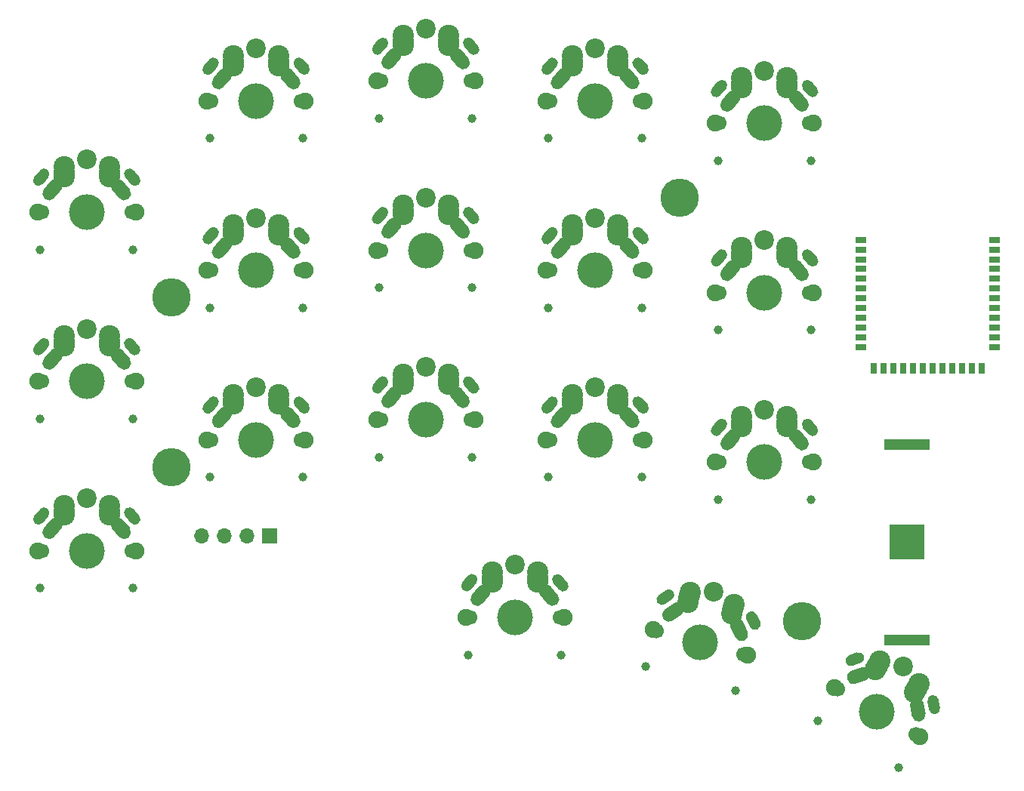
<source format=gts>
G04 #@! TF.GenerationSoftware,KiCad,Pcbnew,5.1.10*
G04 #@! TF.CreationDate,2021-10-19T19:02:20+02:00*
G04 #@! TF.ProjectId,pierce,70696572-6365-42e6-9b69-6361645f7063,v 0.1*
G04 #@! TF.SameCoordinates,Original*
G04 #@! TF.FileFunction,Soldermask,Top*
G04 #@! TF.FilePolarity,Negative*
%FSLAX46Y46*%
G04 Gerber Fmt 4.6, Leading zero omitted, Abs format (unit mm)*
G04 Created by KiCad (PCBNEW 5.1.10) date 2021-10-19 19:02:20*
%MOMM*%
%LPD*%
G01*
G04 APERTURE LIST*
%ADD10C,1.000000*%
%ADD11C,1.700000*%
%ADD12C,2.400000*%
%ADD13C,2.200000*%
%ADD14C,1.900000*%
%ADD15C,4.000000*%
%ADD16R,3.960000X3.960000*%
%ADD17R,5.080000X1.270000*%
%ADD18C,4.300000*%
%ADD19O,1.700000X1.700000*%
%ADD20R,1.700000X1.700000*%
%ADD21R,1.198880X0.698500*%
%ADD22R,0.698500X1.198880*%
G04 APERTURE END LIST*
D10*
X112408391Y-41904940D03*
X122848391Y-41904940D03*
D11*
X112548391Y-37704940D03*
X122708391Y-37704940D03*
D12*
X115088391Y-33204940D03*
X115088391Y-33704940D03*
X120168391Y-33704940D03*
X120168391Y-33204940D03*
G36*
G01*
X120538489Y-34092478D02*
X120538489Y-34092478D01*
G75*
G02*
X121630333Y-34188002I498160J-593684D01*
G01*
X122433817Y-35145558D01*
G75*
G02*
X122338293Y-36237402I-593684J-498160D01*
G01*
X122338293Y-36237402D01*
G75*
G02*
X121246449Y-36141878I-498160J593684D01*
G01*
X120442965Y-35184322D01*
G75*
G02*
X120538489Y-34092478I593684J498160D01*
G01*
G37*
X115088391Y-32624940D03*
G36*
G01*
X112918489Y-36237402D02*
X112918489Y-36237402D01*
G75*
G02*
X112822965Y-35145558I498160J593684D01*
G01*
X113626449Y-34188002D01*
G75*
G02*
X114718293Y-34092478I593684J-498160D01*
G01*
X114718293Y-34092478D01*
G75*
G02*
X114813817Y-35184322I-498160J-593684D01*
G01*
X114010333Y-36141878D01*
G75*
G02*
X112918489Y-36237402I-593684J498160D01*
G01*
G37*
X120168391Y-32624940D03*
D13*
X117628391Y-31804940D03*
G36*
G01*
X111821325Y-34647589D02*
X111821325Y-34647589D01*
G75*
G02*
X111744289Y-33767069I401742J478778D01*
G01*
X112354937Y-33039327D01*
G75*
G02*
X113235457Y-32962291I478778J-401742D01*
G01*
X113235457Y-32962291D01*
G75*
G02*
X113312493Y-33842811I-401742J-478778D01*
G01*
X112701845Y-34570553D01*
G75*
G02*
X111821325Y-34647589I-478778J401742D01*
G01*
G37*
D14*
X123128391Y-37704940D03*
X112128391Y-37704940D03*
D15*
X117628391Y-37704940D03*
G36*
G01*
X122021325Y-32962291D02*
X122021325Y-32962291D01*
G75*
G02*
X122901845Y-33039327I401742J-478778D01*
G01*
X123512493Y-33767069D01*
G75*
G02*
X123435457Y-34647589I-478778J-401742D01*
G01*
X123435457Y-34647589D01*
G75*
G02*
X122554937Y-34570553I-401742J478778D01*
G01*
X121944289Y-33842811D01*
G75*
G02*
X122021325Y-32962291I478778J401742D01*
G01*
G37*
D10*
X112408391Y-60904940D03*
X122848391Y-60904940D03*
D11*
X112548391Y-56704940D03*
X122708391Y-56704940D03*
D12*
X115088391Y-52204940D03*
X115088391Y-52704940D03*
X120168391Y-52704940D03*
X120168391Y-52204940D03*
G36*
G01*
X120538489Y-53092478D02*
X120538489Y-53092478D01*
G75*
G02*
X121630333Y-53188002I498160J-593684D01*
G01*
X122433817Y-54145558D01*
G75*
G02*
X122338293Y-55237402I-593684J-498160D01*
G01*
X122338293Y-55237402D01*
G75*
G02*
X121246449Y-55141878I-498160J593684D01*
G01*
X120442965Y-54184322D01*
G75*
G02*
X120538489Y-53092478I593684J498160D01*
G01*
G37*
X115088391Y-51624940D03*
G36*
G01*
X112918489Y-55237402D02*
X112918489Y-55237402D01*
G75*
G02*
X112822965Y-54145558I498160J593684D01*
G01*
X113626449Y-53188002D01*
G75*
G02*
X114718293Y-53092478I593684J-498160D01*
G01*
X114718293Y-53092478D01*
G75*
G02*
X114813817Y-54184322I-498160J-593684D01*
G01*
X114010333Y-55141878D01*
G75*
G02*
X112918489Y-55237402I-593684J498160D01*
G01*
G37*
X120168391Y-51624940D03*
D13*
X117628391Y-50804940D03*
G36*
G01*
X111821325Y-53647589D02*
X111821325Y-53647589D01*
G75*
G02*
X111744289Y-52767069I401742J478778D01*
G01*
X112354937Y-52039327D01*
G75*
G02*
X113235457Y-51962291I478778J-401742D01*
G01*
X113235457Y-51962291D01*
G75*
G02*
X113312493Y-52842811I-401742J-478778D01*
G01*
X112701845Y-53570553D01*
G75*
G02*
X111821325Y-53647589I-478778J401742D01*
G01*
G37*
D14*
X123128391Y-56704940D03*
X112128391Y-56704940D03*
D15*
X117628391Y-56704940D03*
G36*
G01*
X122021325Y-51962291D02*
X122021325Y-51962291D01*
G75*
G02*
X122901845Y-52039327I401742J-478778D01*
G01*
X123512493Y-52767069D01*
G75*
G02*
X123435457Y-53647589I-478778J-401742D01*
G01*
X123435457Y-53647589D01*
G75*
G02*
X122554937Y-53570553I-401742J478778D01*
G01*
X121944289Y-52842811D01*
G75*
G02*
X122021325Y-51962291I478778J401742D01*
G01*
G37*
D10*
X36408391Y-89853598D03*
X46848391Y-89853598D03*
D11*
X36548391Y-85653598D03*
X46708391Y-85653598D03*
D12*
X39088391Y-81153598D03*
X39088391Y-81653598D03*
X44168391Y-81653598D03*
X44168391Y-81153598D03*
G36*
G01*
X44538489Y-82041136D02*
X44538489Y-82041136D01*
G75*
G02*
X45630333Y-82136660I498160J-593684D01*
G01*
X46433817Y-83094216D01*
G75*
G02*
X46338293Y-84186060I-593684J-498160D01*
G01*
X46338293Y-84186060D01*
G75*
G02*
X45246449Y-84090536I-498160J593684D01*
G01*
X44442965Y-83132980D01*
G75*
G02*
X44538489Y-82041136I593684J498160D01*
G01*
G37*
X39088391Y-80573598D03*
G36*
G01*
X36918489Y-84186060D02*
X36918489Y-84186060D01*
G75*
G02*
X36822965Y-83094216I498160J593684D01*
G01*
X37626449Y-82136660D01*
G75*
G02*
X38718293Y-82041136I593684J-498160D01*
G01*
X38718293Y-82041136D01*
G75*
G02*
X38813817Y-83132980I-498160J-593684D01*
G01*
X38010333Y-84090536D01*
G75*
G02*
X36918489Y-84186060I-593684J498160D01*
G01*
G37*
X44168391Y-80573598D03*
D13*
X41628391Y-79753598D03*
G36*
G01*
X35821325Y-82596247D02*
X35821325Y-82596247D01*
G75*
G02*
X35744289Y-81715727I401742J478778D01*
G01*
X36354937Y-80987985D01*
G75*
G02*
X37235457Y-80910949I478778J-401742D01*
G01*
X37235457Y-80910949D01*
G75*
G02*
X37312493Y-81791469I-401742J-478778D01*
G01*
X36701845Y-82519211D01*
G75*
G02*
X35821325Y-82596247I-478778J401742D01*
G01*
G37*
D14*
X47128391Y-85653598D03*
X36128391Y-85653598D03*
D15*
X41628391Y-85653598D03*
G36*
G01*
X46021325Y-80910949D02*
X46021325Y-80910949D01*
G75*
G02*
X46901845Y-80987985I401742J-478778D01*
G01*
X47512493Y-81715727D01*
G75*
G02*
X47435457Y-82596247I-478778J-401742D01*
G01*
X47435457Y-82596247D01*
G75*
G02*
X46554937Y-82519211I-401742J478778D01*
G01*
X45944289Y-81791469D01*
G75*
G02*
X46021325Y-80910949I478778J401742D01*
G01*
G37*
D10*
X36408391Y-70853598D03*
X46848391Y-70853598D03*
D11*
X36548391Y-66653598D03*
X46708391Y-66653598D03*
D12*
X39088391Y-62153598D03*
X39088391Y-62653598D03*
X44168391Y-62653598D03*
X44168391Y-62153598D03*
G36*
G01*
X44538489Y-63041136D02*
X44538489Y-63041136D01*
G75*
G02*
X45630333Y-63136660I498160J-593684D01*
G01*
X46433817Y-64094216D01*
G75*
G02*
X46338293Y-65186060I-593684J-498160D01*
G01*
X46338293Y-65186060D01*
G75*
G02*
X45246449Y-65090536I-498160J593684D01*
G01*
X44442965Y-64132980D01*
G75*
G02*
X44538489Y-63041136I593684J498160D01*
G01*
G37*
X39088391Y-61573598D03*
G36*
G01*
X36918489Y-65186060D02*
X36918489Y-65186060D01*
G75*
G02*
X36822965Y-64094216I498160J593684D01*
G01*
X37626449Y-63136660D01*
G75*
G02*
X38718293Y-63041136I593684J-498160D01*
G01*
X38718293Y-63041136D01*
G75*
G02*
X38813817Y-64132980I-498160J-593684D01*
G01*
X38010333Y-65090536D01*
G75*
G02*
X36918489Y-65186060I-593684J498160D01*
G01*
G37*
X44168391Y-61573598D03*
D13*
X41628391Y-60753598D03*
G36*
G01*
X35821325Y-63596247D02*
X35821325Y-63596247D01*
G75*
G02*
X35744289Y-62715727I401742J478778D01*
G01*
X36354937Y-61987985D01*
G75*
G02*
X37235457Y-61910949I478778J-401742D01*
G01*
X37235457Y-61910949D01*
G75*
G02*
X37312493Y-62791469I-401742J-478778D01*
G01*
X36701845Y-63519211D01*
G75*
G02*
X35821325Y-63596247I-478778J401742D01*
G01*
G37*
D14*
X47128391Y-66653598D03*
X36128391Y-66653598D03*
D15*
X41628391Y-66653598D03*
G36*
G01*
X46021325Y-61910949D02*
X46021325Y-61910949D01*
G75*
G02*
X46901845Y-61987985I401742J-478778D01*
G01*
X47512493Y-62715727D01*
G75*
G02*
X47435457Y-63596247I-478778J-401742D01*
G01*
X47435457Y-63596247D01*
G75*
G02*
X46554937Y-63519211I-401742J478778D01*
G01*
X45944289Y-62791469D01*
G75*
G02*
X46021325Y-61910949I478778J401742D01*
G01*
G37*
D10*
X36408391Y-51853598D03*
X46848391Y-51853598D03*
D11*
X36548391Y-47653598D03*
X46708391Y-47653598D03*
D12*
X39088391Y-43153598D03*
X39088391Y-43653598D03*
X44168391Y-43653598D03*
X44168391Y-43153598D03*
G36*
G01*
X44538489Y-44041136D02*
X44538489Y-44041136D01*
G75*
G02*
X45630333Y-44136660I498160J-593684D01*
G01*
X46433817Y-45094216D01*
G75*
G02*
X46338293Y-46186060I-593684J-498160D01*
G01*
X46338293Y-46186060D01*
G75*
G02*
X45246449Y-46090536I-498160J593684D01*
G01*
X44442965Y-45132980D01*
G75*
G02*
X44538489Y-44041136I593684J498160D01*
G01*
G37*
X39088391Y-42573598D03*
G36*
G01*
X36918489Y-46186060D02*
X36918489Y-46186060D01*
G75*
G02*
X36822965Y-45094216I498160J593684D01*
G01*
X37626449Y-44136660D01*
G75*
G02*
X38718293Y-44041136I593684J-498160D01*
G01*
X38718293Y-44041136D01*
G75*
G02*
X38813817Y-45132980I-498160J-593684D01*
G01*
X38010333Y-46090536D01*
G75*
G02*
X36918489Y-46186060I-593684J498160D01*
G01*
G37*
X44168391Y-42573598D03*
D13*
X41628391Y-41753598D03*
G36*
G01*
X35821325Y-44596247D02*
X35821325Y-44596247D01*
G75*
G02*
X35744289Y-43715727I401742J478778D01*
G01*
X36354937Y-42987985D01*
G75*
G02*
X37235457Y-42910949I478778J-401742D01*
G01*
X37235457Y-42910949D01*
G75*
G02*
X37312493Y-43791469I-401742J-478778D01*
G01*
X36701845Y-44519211D01*
G75*
G02*
X35821325Y-44596247I-478778J401742D01*
G01*
G37*
D14*
X47128391Y-47653598D03*
X36128391Y-47653598D03*
D15*
X41628391Y-47653598D03*
G36*
G01*
X46021325Y-42910949D02*
X46021325Y-42910949D01*
G75*
G02*
X46901845Y-42987985I401742J-478778D01*
G01*
X47512493Y-43715727D01*
G75*
G02*
X47435457Y-44596247I-478778J-401742D01*
G01*
X47435457Y-44596247D01*
G75*
G02*
X46554937Y-44519211I-401742J478778D01*
G01*
X45944289Y-43791469D01*
G75*
G02*
X46021325Y-42910949I478778J401742D01*
G01*
G37*
D10*
X55408391Y-58405582D03*
X65848391Y-58405582D03*
D11*
X55548391Y-54205582D03*
X65708391Y-54205582D03*
D12*
X58088391Y-49705582D03*
X58088391Y-50205582D03*
X63168391Y-50205582D03*
X63168391Y-49705582D03*
G36*
G01*
X63538489Y-50593120D02*
X63538489Y-50593120D01*
G75*
G02*
X64630333Y-50688644I498160J-593684D01*
G01*
X65433817Y-51646200D01*
G75*
G02*
X65338293Y-52738044I-593684J-498160D01*
G01*
X65338293Y-52738044D01*
G75*
G02*
X64246449Y-52642520I-498160J593684D01*
G01*
X63442965Y-51684964D01*
G75*
G02*
X63538489Y-50593120I593684J498160D01*
G01*
G37*
X58088391Y-49125582D03*
G36*
G01*
X55918489Y-52738044D02*
X55918489Y-52738044D01*
G75*
G02*
X55822965Y-51646200I498160J593684D01*
G01*
X56626449Y-50688644D01*
G75*
G02*
X57718293Y-50593120I593684J-498160D01*
G01*
X57718293Y-50593120D01*
G75*
G02*
X57813817Y-51684964I-498160J-593684D01*
G01*
X57010333Y-52642520D01*
G75*
G02*
X55918489Y-52738044I-593684J498160D01*
G01*
G37*
X63168391Y-49125582D03*
D13*
X60628391Y-48305582D03*
G36*
G01*
X54821325Y-51148231D02*
X54821325Y-51148231D01*
G75*
G02*
X54744289Y-50267711I401742J478778D01*
G01*
X55354937Y-49539969D01*
G75*
G02*
X56235457Y-49462933I478778J-401742D01*
G01*
X56235457Y-49462933D01*
G75*
G02*
X56312493Y-50343453I-401742J-478778D01*
G01*
X55701845Y-51071195D01*
G75*
G02*
X54821325Y-51148231I-478778J401742D01*
G01*
G37*
D14*
X66128391Y-54205582D03*
X55128391Y-54205582D03*
D15*
X60628391Y-54205582D03*
G36*
G01*
X65021325Y-49462933D02*
X65021325Y-49462933D01*
G75*
G02*
X65901845Y-49539969I401742J-478778D01*
G01*
X66512493Y-50267711D01*
G75*
G02*
X66435457Y-51148231I-478778J-401742D01*
G01*
X66435457Y-51148231D01*
G75*
G02*
X65554937Y-51071195I-401742J478778D01*
G01*
X64944289Y-50343453D01*
G75*
G02*
X65021325Y-49462933I478778J401742D01*
G01*
G37*
D10*
X55408391Y-77405582D03*
X65848391Y-77405582D03*
D11*
X55548391Y-73205582D03*
X65708391Y-73205582D03*
D12*
X58088391Y-68705582D03*
X58088391Y-69205582D03*
X63168391Y-69205582D03*
X63168391Y-68705582D03*
G36*
G01*
X63538489Y-69593120D02*
X63538489Y-69593120D01*
G75*
G02*
X64630333Y-69688644I498160J-593684D01*
G01*
X65433817Y-70646200D01*
G75*
G02*
X65338293Y-71738044I-593684J-498160D01*
G01*
X65338293Y-71738044D01*
G75*
G02*
X64246449Y-71642520I-498160J593684D01*
G01*
X63442965Y-70684964D01*
G75*
G02*
X63538489Y-69593120I593684J498160D01*
G01*
G37*
X58088391Y-68125582D03*
G36*
G01*
X55918489Y-71738044D02*
X55918489Y-71738044D01*
G75*
G02*
X55822965Y-70646200I498160J593684D01*
G01*
X56626449Y-69688644D01*
G75*
G02*
X57718293Y-69593120I593684J-498160D01*
G01*
X57718293Y-69593120D01*
G75*
G02*
X57813817Y-70684964I-498160J-593684D01*
G01*
X57010333Y-71642520D01*
G75*
G02*
X55918489Y-71738044I-593684J498160D01*
G01*
G37*
X63168391Y-68125582D03*
D13*
X60628391Y-67305582D03*
G36*
G01*
X54821325Y-70148231D02*
X54821325Y-70148231D01*
G75*
G02*
X54744289Y-69267711I401742J478778D01*
G01*
X55354937Y-68539969D01*
G75*
G02*
X56235457Y-68462933I478778J-401742D01*
G01*
X56235457Y-68462933D01*
G75*
G02*
X56312493Y-69343453I-401742J-478778D01*
G01*
X55701845Y-70071195D01*
G75*
G02*
X54821325Y-70148231I-478778J401742D01*
G01*
G37*
D14*
X66128391Y-73205582D03*
X55128391Y-73205582D03*
D15*
X60628391Y-73205582D03*
G36*
G01*
X65021325Y-68462933D02*
X65021325Y-68462933D01*
G75*
G02*
X65901845Y-68539969I401742J-478778D01*
G01*
X66512493Y-69267711D01*
G75*
G02*
X66435457Y-70148231I-478778J-401742D01*
G01*
X66435457Y-70148231D01*
G75*
G02*
X65554937Y-70071195I-401742J478778D01*
G01*
X64944289Y-69343453D01*
G75*
G02*
X65021325Y-68462933I478778J401742D01*
G01*
G37*
D10*
X74408391Y-75155144D03*
X84848391Y-75155144D03*
D11*
X74548391Y-70955144D03*
X84708391Y-70955144D03*
D12*
X77088391Y-66455144D03*
X77088391Y-66955144D03*
X82168391Y-66955144D03*
X82168391Y-66455144D03*
G36*
G01*
X82538489Y-67342682D02*
X82538489Y-67342682D01*
G75*
G02*
X83630333Y-67438206I498160J-593684D01*
G01*
X84433817Y-68395762D01*
G75*
G02*
X84338293Y-69487606I-593684J-498160D01*
G01*
X84338293Y-69487606D01*
G75*
G02*
X83246449Y-69392082I-498160J593684D01*
G01*
X82442965Y-68434526D01*
G75*
G02*
X82538489Y-67342682I593684J498160D01*
G01*
G37*
X77088391Y-65875144D03*
G36*
G01*
X74918489Y-69487606D02*
X74918489Y-69487606D01*
G75*
G02*
X74822965Y-68395762I498160J593684D01*
G01*
X75626449Y-67438206D01*
G75*
G02*
X76718293Y-67342682I593684J-498160D01*
G01*
X76718293Y-67342682D01*
G75*
G02*
X76813817Y-68434526I-498160J-593684D01*
G01*
X76010333Y-69392082D01*
G75*
G02*
X74918489Y-69487606I-593684J498160D01*
G01*
G37*
X82168391Y-65875144D03*
D13*
X79628391Y-65055144D03*
G36*
G01*
X73821325Y-67897793D02*
X73821325Y-67897793D01*
G75*
G02*
X73744289Y-67017273I401742J478778D01*
G01*
X74354937Y-66289531D01*
G75*
G02*
X75235457Y-66212495I478778J-401742D01*
G01*
X75235457Y-66212495D01*
G75*
G02*
X75312493Y-67093015I-401742J-478778D01*
G01*
X74701845Y-67820757D01*
G75*
G02*
X73821325Y-67897793I-478778J401742D01*
G01*
G37*
D14*
X85128391Y-70955144D03*
X74128391Y-70955144D03*
D15*
X79628391Y-70955144D03*
G36*
G01*
X84021325Y-66212495D02*
X84021325Y-66212495D01*
G75*
G02*
X84901845Y-66289531I401742J-478778D01*
G01*
X85512493Y-67017273D01*
G75*
G02*
X85435457Y-67897793I-478778J-401742D01*
G01*
X85435457Y-67897793D01*
G75*
G02*
X84554937Y-67820757I-401742J478778D01*
G01*
X83944289Y-67093015D01*
G75*
G02*
X84021325Y-66212495I478778J401742D01*
G01*
G37*
D10*
X74408391Y-56155144D03*
X84848391Y-56155144D03*
D11*
X74548391Y-51955144D03*
X84708391Y-51955144D03*
D12*
X77088391Y-47455144D03*
X77088391Y-47955144D03*
X82168391Y-47955144D03*
X82168391Y-47455144D03*
G36*
G01*
X82538489Y-48342682D02*
X82538489Y-48342682D01*
G75*
G02*
X83630333Y-48438206I498160J-593684D01*
G01*
X84433817Y-49395762D01*
G75*
G02*
X84338293Y-50487606I-593684J-498160D01*
G01*
X84338293Y-50487606D01*
G75*
G02*
X83246449Y-50392082I-498160J593684D01*
G01*
X82442965Y-49434526D01*
G75*
G02*
X82538489Y-48342682I593684J498160D01*
G01*
G37*
X77088391Y-46875144D03*
G36*
G01*
X74918489Y-50487606D02*
X74918489Y-50487606D01*
G75*
G02*
X74822965Y-49395762I498160J593684D01*
G01*
X75626449Y-48438206D01*
G75*
G02*
X76718293Y-48342682I593684J-498160D01*
G01*
X76718293Y-48342682D01*
G75*
G02*
X76813817Y-49434526I-498160J-593684D01*
G01*
X76010333Y-50392082D01*
G75*
G02*
X74918489Y-50487606I-593684J498160D01*
G01*
G37*
X82168391Y-46875144D03*
D13*
X79628391Y-46055144D03*
G36*
G01*
X73821325Y-48897793D02*
X73821325Y-48897793D01*
G75*
G02*
X73744289Y-48017273I401742J478778D01*
G01*
X74354937Y-47289531D01*
G75*
G02*
X75235457Y-47212495I478778J-401742D01*
G01*
X75235457Y-47212495D01*
G75*
G02*
X75312493Y-48093015I-401742J-478778D01*
G01*
X74701845Y-48820757D01*
G75*
G02*
X73821325Y-48897793I-478778J401742D01*
G01*
G37*
D14*
X85128391Y-51955144D03*
X74128391Y-51955144D03*
D15*
X79628391Y-51955144D03*
G36*
G01*
X84021325Y-47212495D02*
X84021325Y-47212495D01*
G75*
G02*
X84901845Y-47289531I401742J-478778D01*
G01*
X85512493Y-48017273D01*
G75*
G02*
X85435457Y-48897793I-478778J-401742D01*
G01*
X85435457Y-48897793D01*
G75*
G02*
X84554937Y-48820757I-401742J478778D01*
G01*
X83944289Y-48093015D01*
G75*
G02*
X84021325Y-47212495I478778J401742D01*
G01*
G37*
D10*
X55408391Y-39405582D03*
X65848391Y-39405582D03*
D11*
X55548391Y-35205582D03*
X65708391Y-35205582D03*
D12*
X58088391Y-30705582D03*
X58088391Y-31205582D03*
X63168391Y-31205582D03*
X63168391Y-30705582D03*
G36*
G01*
X63538489Y-31593120D02*
X63538489Y-31593120D01*
G75*
G02*
X64630333Y-31688644I498160J-593684D01*
G01*
X65433817Y-32646200D01*
G75*
G02*
X65338293Y-33738044I-593684J-498160D01*
G01*
X65338293Y-33738044D01*
G75*
G02*
X64246449Y-33642520I-498160J593684D01*
G01*
X63442965Y-32684964D01*
G75*
G02*
X63538489Y-31593120I593684J498160D01*
G01*
G37*
X58088391Y-30125582D03*
G36*
G01*
X55918489Y-33738044D02*
X55918489Y-33738044D01*
G75*
G02*
X55822965Y-32646200I498160J593684D01*
G01*
X56626449Y-31688644D01*
G75*
G02*
X57718293Y-31593120I593684J-498160D01*
G01*
X57718293Y-31593120D01*
G75*
G02*
X57813817Y-32684964I-498160J-593684D01*
G01*
X57010333Y-33642520D01*
G75*
G02*
X55918489Y-33738044I-593684J498160D01*
G01*
G37*
X63168391Y-30125582D03*
D13*
X60628391Y-29305582D03*
G36*
G01*
X54821325Y-32148231D02*
X54821325Y-32148231D01*
G75*
G02*
X54744289Y-31267711I401742J478778D01*
G01*
X55354937Y-30539969D01*
G75*
G02*
X56235457Y-30462933I478778J-401742D01*
G01*
X56235457Y-30462933D01*
G75*
G02*
X56312493Y-31343453I-401742J-478778D01*
G01*
X55701845Y-32071195D01*
G75*
G02*
X54821325Y-32148231I-478778J401742D01*
G01*
G37*
D14*
X66128391Y-35205582D03*
X55128391Y-35205582D03*
D15*
X60628391Y-35205582D03*
G36*
G01*
X65021325Y-30462933D02*
X65021325Y-30462933D01*
G75*
G02*
X65901845Y-30539969I401742J-478778D01*
G01*
X66512493Y-31267711D01*
G75*
G02*
X66435457Y-32148231I-478778J-401742D01*
G01*
X66435457Y-32148231D01*
G75*
G02*
X65554937Y-32071195I-401742J478778D01*
G01*
X64944289Y-31343453D01*
G75*
G02*
X65021325Y-30462933I478778J401742D01*
G01*
G37*
D10*
X74408391Y-37155144D03*
X84848391Y-37155144D03*
D11*
X74548391Y-32955144D03*
X84708391Y-32955144D03*
D12*
X77088391Y-28455144D03*
X77088391Y-28955144D03*
X82168391Y-28955144D03*
X82168391Y-28455144D03*
G36*
G01*
X82538489Y-29342682D02*
X82538489Y-29342682D01*
G75*
G02*
X83630333Y-29438206I498160J-593684D01*
G01*
X84433817Y-30395762D01*
G75*
G02*
X84338293Y-31487606I-593684J-498160D01*
G01*
X84338293Y-31487606D01*
G75*
G02*
X83246449Y-31392082I-498160J593684D01*
G01*
X82442965Y-30434526D01*
G75*
G02*
X82538489Y-29342682I593684J498160D01*
G01*
G37*
X77088391Y-27875144D03*
G36*
G01*
X74918489Y-31487606D02*
X74918489Y-31487606D01*
G75*
G02*
X74822965Y-30395762I498160J593684D01*
G01*
X75626449Y-29438206D01*
G75*
G02*
X76718293Y-29342682I593684J-498160D01*
G01*
X76718293Y-29342682D01*
G75*
G02*
X76813817Y-30434526I-498160J-593684D01*
G01*
X76010333Y-31392082D01*
G75*
G02*
X74918489Y-31487606I-593684J498160D01*
G01*
G37*
X82168391Y-27875144D03*
D13*
X79628391Y-27055144D03*
G36*
G01*
X73821325Y-29897793D02*
X73821325Y-29897793D01*
G75*
G02*
X73744289Y-29017273I401742J478778D01*
G01*
X74354937Y-28289531D01*
G75*
G02*
X75235457Y-28212495I478778J-401742D01*
G01*
X75235457Y-28212495D01*
G75*
G02*
X75312493Y-29093015I-401742J-478778D01*
G01*
X74701845Y-29820757D01*
G75*
G02*
X73821325Y-29897793I-478778J401742D01*
G01*
G37*
D14*
X85128391Y-32955144D03*
X74128391Y-32955144D03*
D15*
X79628391Y-32955144D03*
G36*
G01*
X84021325Y-28212495D02*
X84021325Y-28212495D01*
G75*
G02*
X84901845Y-28289531I401742J-478778D01*
G01*
X85512493Y-29017273D01*
G75*
G02*
X85435457Y-29897793I-478778J-401742D01*
G01*
X85435457Y-29897793D01*
G75*
G02*
X84554937Y-29820757I-401742J478778D01*
G01*
X83944289Y-29093015D01*
G75*
G02*
X84021325Y-28212495I478778J401742D01*
G01*
G37*
D10*
X93408391Y-39405582D03*
X103848391Y-39405582D03*
D11*
X93548391Y-35205582D03*
X103708391Y-35205582D03*
D12*
X96088391Y-30705582D03*
X96088391Y-31205582D03*
X101168391Y-31205582D03*
X101168391Y-30705582D03*
G36*
G01*
X101538489Y-31593120D02*
X101538489Y-31593120D01*
G75*
G02*
X102630333Y-31688644I498160J-593684D01*
G01*
X103433817Y-32646200D01*
G75*
G02*
X103338293Y-33738044I-593684J-498160D01*
G01*
X103338293Y-33738044D01*
G75*
G02*
X102246449Y-33642520I-498160J593684D01*
G01*
X101442965Y-32684964D01*
G75*
G02*
X101538489Y-31593120I593684J498160D01*
G01*
G37*
X96088391Y-30125582D03*
G36*
G01*
X93918489Y-33738044D02*
X93918489Y-33738044D01*
G75*
G02*
X93822965Y-32646200I498160J593684D01*
G01*
X94626449Y-31688644D01*
G75*
G02*
X95718293Y-31593120I593684J-498160D01*
G01*
X95718293Y-31593120D01*
G75*
G02*
X95813817Y-32684964I-498160J-593684D01*
G01*
X95010333Y-33642520D01*
G75*
G02*
X93918489Y-33738044I-593684J498160D01*
G01*
G37*
X101168391Y-30125582D03*
D13*
X98628391Y-29305582D03*
G36*
G01*
X92821325Y-32148231D02*
X92821325Y-32148231D01*
G75*
G02*
X92744289Y-31267711I401742J478778D01*
G01*
X93354937Y-30539969D01*
G75*
G02*
X94235457Y-30462933I478778J-401742D01*
G01*
X94235457Y-30462933D01*
G75*
G02*
X94312493Y-31343453I-401742J-478778D01*
G01*
X93701845Y-32071195D01*
G75*
G02*
X92821325Y-32148231I-478778J401742D01*
G01*
G37*
D14*
X104128391Y-35205582D03*
X93128391Y-35205582D03*
D15*
X98628391Y-35205582D03*
G36*
G01*
X103021325Y-30462933D02*
X103021325Y-30462933D01*
G75*
G02*
X103901845Y-30539969I401742J-478778D01*
G01*
X104512493Y-31267711D01*
G75*
G02*
X104435457Y-32148231I-478778J-401742D01*
G01*
X104435457Y-32148231D01*
G75*
G02*
X103554937Y-32071195I-401742J478778D01*
G01*
X102944289Y-31343453D01*
G75*
G02*
X103021325Y-30462933I478778J401742D01*
G01*
G37*
D10*
X93408391Y-58405582D03*
X103848391Y-58405582D03*
D11*
X93548391Y-54205582D03*
X103708391Y-54205582D03*
D12*
X96088391Y-49705582D03*
X96088391Y-50205582D03*
X101168391Y-50205582D03*
X101168391Y-49705582D03*
G36*
G01*
X101538489Y-50593120D02*
X101538489Y-50593120D01*
G75*
G02*
X102630333Y-50688644I498160J-593684D01*
G01*
X103433817Y-51646200D01*
G75*
G02*
X103338293Y-52738044I-593684J-498160D01*
G01*
X103338293Y-52738044D01*
G75*
G02*
X102246449Y-52642520I-498160J593684D01*
G01*
X101442965Y-51684964D01*
G75*
G02*
X101538489Y-50593120I593684J498160D01*
G01*
G37*
X96088391Y-49125582D03*
G36*
G01*
X93918489Y-52738044D02*
X93918489Y-52738044D01*
G75*
G02*
X93822965Y-51646200I498160J593684D01*
G01*
X94626449Y-50688644D01*
G75*
G02*
X95718293Y-50593120I593684J-498160D01*
G01*
X95718293Y-50593120D01*
G75*
G02*
X95813817Y-51684964I-498160J-593684D01*
G01*
X95010333Y-52642520D01*
G75*
G02*
X93918489Y-52738044I-593684J498160D01*
G01*
G37*
X101168391Y-49125582D03*
D13*
X98628391Y-48305582D03*
G36*
G01*
X92821325Y-51148231D02*
X92821325Y-51148231D01*
G75*
G02*
X92744289Y-50267711I401742J478778D01*
G01*
X93354937Y-49539969D01*
G75*
G02*
X94235457Y-49462933I478778J-401742D01*
G01*
X94235457Y-49462933D01*
G75*
G02*
X94312493Y-50343453I-401742J-478778D01*
G01*
X93701845Y-51071195D01*
G75*
G02*
X92821325Y-51148231I-478778J401742D01*
G01*
G37*
D14*
X104128391Y-54205582D03*
X93128391Y-54205582D03*
D15*
X98628391Y-54205582D03*
G36*
G01*
X103021325Y-49462933D02*
X103021325Y-49462933D01*
G75*
G02*
X103901845Y-49539969I401742J-478778D01*
G01*
X104512493Y-50267711D01*
G75*
G02*
X104435457Y-51148231I-478778J-401742D01*
G01*
X104435457Y-51148231D01*
G75*
G02*
X103554937Y-51071195I-401742J478778D01*
G01*
X102944289Y-50343453D01*
G75*
G02*
X103021325Y-49462933I478778J401742D01*
G01*
G37*
D10*
X93408391Y-77405582D03*
X103848391Y-77405582D03*
D11*
X93548391Y-73205582D03*
X103708391Y-73205582D03*
D12*
X96088391Y-68705582D03*
X96088391Y-69205582D03*
X101168391Y-69205582D03*
X101168391Y-68705582D03*
G36*
G01*
X101538489Y-69593120D02*
X101538489Y-69593120D01*
G75*
G02*
X102630333Y-69688644I498160J-593684D01*
G01*
X103433817Y-70646200D01*
G75*
G02*
X103338293Y-71738044I-593684J-498160D01*
G01*
X103338293Y-71738044D01*
G75*
G02*
X102246449Y-71642520I-498160J593684D01*
G01*
X101442965Y-70684964D01*
G75*
G02*
X101538489Y-69593120I593684J498160D01*
G01*
G37*
X96088391Y-68125582D03*
G36*
G01*
X93918489Y-71738044D02*
X93918489Y-71738044D01*
G75*
G02*
X93822965Y-70646200I498160J593684D01*
G01*
X94626449Y-69688644D01*
G75*
G02*
X95718293Y-69593120I593684J-498160D01*
G01*
X95718293Y-69593120D01*
G75*
G02*
X95813817Y-70684964I-498160J-593684D01*
G01*
X95010333Y-71642520D01*
G75*
G02*
X93918489Y-71738044I-593684J498160D01*
G01*
G37*
X101168391Y-68125582D03*
D13*
X98628391Y-67305582D03*
G36*
G01*
X92821325Y-70148231D02*
X92821325Y-70148231D01*
G75*
G02*
X92744289Y-69267711I401742J478778D01*
G01*
X93354937Y-68539969D01*
G75*
G02*
X94235457Y-68462933I478778J-401742D01*
G01*
X94235457Y-68462933D01*
G75*
G02*
X94312493Y-69343453I-401742J-478778D01*
G01*
X93701845Y-70071195D01*
G75*
G02*
X92821325Y-70148231I-478778J401742D01*
G01*
G37*
D14*
X104128391Y-73205582D03*
X93128391Y-73205582D03*
D15*
X98628391Y-73205582D03*
G36*
G01*
X103021325Y-68462933D02*
X103021325Y-68462933D01*
G75*
G02*
X103901845Y-68539969I401742J-478778D01*
G01*
X104512493Y-69267711D01*
G75*
G02*
X104435457Y-70148231I-478778J-401742D01*
G01*
X104435457Y-70148231D01*
G75*
G02*
X103554937Y-70071195I-401742J478778D01*
G01*
X102944289Y-69343453D01*
G75*
G02*
X103021325Y-68462933I478778J401742D01*
G01*
G37*
D10*
X112408391Y-79904940D03*
X122848391Y-79904940D03*
D11*
X112548391Y-75704940D03*
X122708391Y-75704940D03*
D12*
X115088391Y-71204940D03*
X115088391Y-71704940D03*
X120168391Y-71704940D03*
X120168391Y-71204940D03*
G36*
G01*
X120538489Y-72092478D02*
X120538489Y-72092478D01*
G75*
G02*
X121630333Y-72188002I498160J-593684D01*
G01*
X122433817Y-73145558D01*
G75*
G02*
X122338293Y-74237402I-593684J-498160D01*
G01*
X122338293Y-74237402D01*
G75*
G02*
X121246449Y-74141878I-498160J593684D01*
G01*
X120442965Y-73184322D01*
G75*
G02*
X120538489Y-72092478I593684J498160D01*
G01*
G37*
X115088391Y-70624940D03*
G36*
G01*
X112918489Y-74237402D02*
X112918489Y-74237402D01*
G75*
G02*
X112822965Y-73145558I498160J593684D01*
G01*
X113626449Y-72188002D01*
G75*
G02*
X114718293Y-72092478I593684J-498160D01*
G01*
X114718293Y-72092478D01*
G75*
G02*
X114813817Y-73184322I-498160J-593684D01*
G01*
X114010333Y-74141878D01*
G75*
G02*
X112918489Y-74237402I-593684J498160D01*
G01*
G37*
X120168391Y-70624940D03*
D13*
X117628391Y-69804940D03*
G36*
G01*
X111821325Y-72647589D02*
X111821325Y-72647589D01*
G75*
G02*
X111744289Y-71767069I401742J478778D01*
G01*
X112354937Y-71039327D01*
G75*
G02*
X113235457Y-70962291I478778J-401742D01*
G01*
X113235457Y-70962291D01*
G75*
G02*
X113312493Y-71842811I-401742J-478778D01*
G01*
X112701845Y-72570553D01*
G75*
G02*
X111821325Y-72647589I-478778J401742D01*
G01*
G37*
D14*
X123128391Y-75704940D03*
X112128391Y-75704940D03*
D15*
X117628391Y-75704940D03*
G36*
G01*
X122021325Y-70962291D02*
X122021325Y-70962291D01*
G75*
G02*
X122901845Y-71039327I401742J-478778D01*
G01*
X123512493Y-71767069D01*
G75*
G02*
X123435457Y-72647589I-478778J-401742D01*
G01*
X123435457Y-72647589D01*
G75*
G02*
X122554937Y-72570553I-401742J478778D01*
G01*
X121944289Y-71842811D01*
G75*
G02*
X122021325Y-70962291I478778J401742D01*
G01*
G37*
D10*
X84410000Y-97340000D03*
X94850000Y-97340000D03*
D11*
X84550000Y-93140000D03*
X94710000Y-93140000D03*
D12*
X87090000Y-88640000D03*
X87090000Y-89140000D03*
X92170000Y-89140000D03*
X92170000Y-88640000D03*
G36*
G01*
X92540098Y-89527538D02*
X92540098Y-89527538D01*
G75*
G02*
X93631942Y-89623062I498160J-593684D01*
G01*
X94435426Y-90580618D01*
G75*
G02*
X94339902Y-91672462I-593684J-498160D01*
G01*
X94339902Y-91672462D01*
G75*
G02*
X93248058Y-91576938I-498160J593684D01*
G01*
X92444574Y-90619382D01*
G75*
G02*
X92540098Y-89527538I593684J498160D01*
G01*
G37*
X87090000Y-88060000D03*
G36*
G01*
X84920098Y-91672462D02*
X84920098Y-91672462D01*
G75*
G02*
X84824574Y-90580618I498160J593684D01*
G01*
X85628058Y-89623062D01*
G75*
G02*
X86719902Y-89527538I593684J-498160D01*
G01*
X86719902Y-89527538D01*
G75*
G02*
X86815426Y-90619382I-498160J-593684D01*
G01*
X86011942Y-91576938D01*
G75*
G02*
X84920098Y-91672462I-593684J498160D01*
G01*
G37*
X92170000Y-88060000D03*
D13*
X89630000Y-87240000D03*
G36*
G01*
X83822934Y-90082649D02*
X83822934Y-90082649D01*
G75*
G02*
X83745898Y-89202129I401742J478778D01*
G01*
X84356546Y-88474387D01*
G75*
G02*
X85237066Y-88397351I478778J-401742D01*
G01*
X85237066Y-88397351D01*
G75*
G02*
X85314102Y-89277871I-401742J-478778D01*
G01*
X84703454Y-90005613D01*
G75*
G02*
X83822934Y-90082649I-478778J401742D01*
G01*
G37*
D14*
X95130000Y-93140000D03*
X84130000Y-93140000D03*
D15*
X89630000Y-93140000D03*
G36*
G01*
X94022934Y-88397351D02*
X94022934Y-88397351D01*
G75*
G02*
X94903454Y-88474387I401742J-478778D01*
G01*
X95514102Y-89202129D01*
G75*
G02*
X95437066Y-90082649I-478778J-401742D01*
G01*
X95437066Y-90082649D01*
G75*
G02*
X94556546Y-90005613I-401742J478778D01*
G01*
X93945898Y-89277871D01*
G75*
G02*
X94022934Y-88397351I478778J401742D01*
G01*
G37*
D10*
X104300827Y-98645853D03*
X114385093Y-101347924D03*
D11*
X105523097Y-94625199D03*
X115336903Y-97254801D03*
D12*
X109141234Y-90935933D03*
X109011825Y-91418896D03*
X113918728Y-92733697D03*
X114048137Y-92250734D03*
G36*
G01*
X114175913Y-93203818D02*
X114175913Y-93203818D01*
G75*
G02*
X115205831Y-93578678I327529J-702389D01*
G01*
X115734103Y-94711562D01*
G75*
G02*
X115359243Y-95741480I-702389J-327529D01*
G01*
X115359243Y-95741480D01*
G75*
G02*
X114329325Y-95366620I-327529J702389D01*
G01*
X113801053Y-94233736D01*
G75*
G02*
X114175913Y-93203818I702389J327529D01*
G01*
G37*
X109291349Y-90375696D03*
G36*
G01*
X106260410Y-93303455D02*
X106260410Y-93303455D01*
G75*
G02*
X106450731Y-92224090I634843J444522D01*
G01*
X107474671Y-91507120D01*
G75*
G02*
X108554036Y-91697441I444522J-634843D01*
G01*
X108554036Y-91697441D01*
G75*
G02*
X108363715Y-92776806I-634843J-444522D01*
G01*
X107339775Y-93493776D01*
G75*
G02*
X106260410Y-93303455I-444522J634843D01*
G01*
G37*
X114198252Y-91690497D03*
D13*
X111957032Y-90241038D03*
G36*
G01*
X105612106Y-91483846D02*
X105612106Y-91483846D01*
G75*
G02*
X105765591Y-90613391I511970J358485D01*
G01*
X106543785Y-90068493D01*
G75*
G02*
X107414240Y-90221978I358485J-511970D01*
G01*
X107414240Y-90221978D01*
G75*
G02*
X107260755Y-91092433I-511970J-358485D01*
G01*
X106482561Y-91637331D01*
G75*
G02*
X105612106Y-91483846I-358485J511970D01*
G01*
G37*
D14*
X115742592Y-97363505D03*
X105117408Y-94516495D03*
D15*
X110430000Y-95940000D03*
G36*
G01*
X115900736Y-92495928D02*
X115900736Y-92495928D01*
G75*
G02*
X116731314Y-92798234I264136J-566442D01*
G01*
X117132802Y-93659226D01*
G75*
G02*
X116830496Y-94489804I-566442J-264136D01*
G01*
X116830496Y-94489804D01*
G75*
G02*
X115999918Y-94187498I-264136J566442D01*
G01*
X115598430Y-93326506D01*
G75*
G02*
X115900736Y-92495928I566442J264136D01*
G01*
G37*
D10*
X123609347Y-104767307D03*
X132650653Y-109987307D03*
D11*
X125830591Y-101200000D03*
X134629409Y-106280000D03*
D12*
X130280295Y-98572886D03*
X130030295Y-99005898D03*
X134429705Y-101545898D03*
X134679705Y-101112886D03*
G36*
G01*
X134556450Y-102066564D02*
X134556450Y-102066564D01*
G75*
G02*
X135454253Y-102695213I134577J-763226D01*
G01*
X135671313Y-103926223D01*
G75*
G02*
X135042664Y-104824026I-763226J-134577D01*
G01*
X135042664Y-104824026D01*
G75*
G02*
X134144861Y-104195377I-134577J763226D01*
G01*
X133927801Y-102964367D01*
G75*
G02*
X134556450Y-102066564I763226J134577D01*
G01*
G37*
X130570295Y-98070591D03*
G36*
G01*
X126884873Y-100114124D02*
X126884873Y-100114124D01*
G75*
G02*
X127348069Y-99120796I728262J265066D01*
G01*
X128522685Y-98693270D01*
G75*
G02*
X129516013Y-99156466I265066J-728262D01*
G01*
X129516013Y-99156466D01*
G75*
G02*
X129052817Y-100149794I-728262J-265066D01*
G01*
X127878201Y-100577320D01*
G75*
G02*
X126884873Y-100114124I-265066J728262D01*
G01*
G37*
X134969705Y-100610591D03*
D13*
X133180000Y-98630450D03*
G36*
G01*
X126729608Y-98188724D02*
X126729608Y-98188724D01*
G75*
G02*
X127103153Y-97387653I587308J213763D01*
G01*
X127995861Y-97062733D01*
G75*
G02*
X128796932Y-97436278I213763J-587308D01*
G01*
X128796932Y-97436278D01*
G75*
G02*
X128423387Y-98237349I-587308J-213763D01*
G01*
X127530679Y-98562269D01*
G75*
G02*
X126729608Y-98188724I-213763J587308D01*
G01*
G37*
D14*
X134993140Y-106490000D03*
X125466860Y-100990000D03*
D15*
X130230000Y-103740000D03*
G36*
G01*
X136405717Y-101829212D02*
X136405717Y-101829212D01*
G75*
G02*
X137129752Y-102336187I108530J-615505D01*
G01*
X137294718Y-103271755D01*
G75*
G02*
X136787743Y-103995790I-615505J-108530D01*
G01*
X136787743Y-103995790D01*
G75*
G02*
X136063708Y-103488815I-108530J615505D01*
G01*
X135898742Y-102553247D01*
G75*
G02*
X136405717Y-101829212I615505J108530D01*
G01*
G37*
D16*
X133553200Y-84700000D03*
D17*
X133553200Y-73715000D03*
X133553200Y-95685000D03*
D18*
X51131700Y-57265644D03*
X51131700Y-76265644D03*
X108108400Y-46075600D03*
X121858400Y-93585600D03*
D19*
X54483000Y-83947000D03*
X57023000Y-83947000D03*
X59563000Y-83947000D03*
D20*
X62103000Y-83947000D03*
D21*
X128417320Y-61752480D03*
X128417320Y-50754280D03*
D22*
X130967480Y-65201800D03*
X132067300Y-65201800D03*
X133167120Y-65201800D03*
X134266940Y-65201800D03*
X135366760Y-65201800D03*
X136464040Y-65201800D03*
X137563860Y-65201800D03*
X138663680Y-65201800D03*
X139763500Y-65201800D03*
X140863320Y-65201800D03*
X141963140Y-65201800D03*
D21*
X143413480Y-62852300D03*
X143413480Y-61752480D03*
X143413480Y-60652660D03*
X143413480Y-59552840D03*
X143413480Y-58453020D03*
X143413480Y-57353200D03*
X143413480Y-54053740D03*
X143413480Y-52953920D03*
X143413480Y-51854100D03*
X143413480Y-50754280D03*
X128417320Y-51854100D03*
X128417320Y-52953920D03*
X128417320Y-54053740D03*
X128417320Y-55153560D03*
X128417320Y-56253380D03*
X128417320Y-57353200D03*
X128417320Y-58453020D03*
X128417320Y-59552840D03*
X128417320Y-60652660D03*
D22*
X129867660Y-65201800D03*
D21*
X143413480Y-55153560D03*
X143413480Y-56253380D03*
X128417320Y-62852300D03*
M02*

</source>
